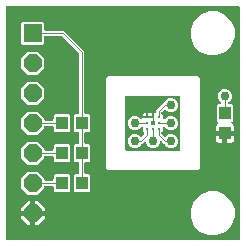
<source format=gbr>
G04 EAGLE Gerber RS-274X export*
G75*
%MOMM*%
%FSLAX34Y34*%
%LPD*%
%INTop Copper*%
%IPPOS*%
%AMOC8*
5,1,8,0,0,1.08239X$1,22.5*%
G01*
%ADD10R,0.381000X0.381000*%
%ADD11C,0.300000*%
%ADD12R,1.000000X1.100000*%
%ADD13R,1.524000X1.524000*%
%ADD14P,1.649562X8X22.500000*%
%ADD15C,0.012700*%
%ADD16C,0.025400*%
%ADD17C,0.762000*%

G36*
X199702Y2549D02*
X199702Y2549D01*
X199760Y2547D01*
X199842Y2569D01*
X199926Y2581D01*
X199979Y2604D01*
X200035Y2619D01*
X200108Y2662D01*
X200185Y2697D01*
X200230Y2735D01*
X200280Y2764D01*
X200338Y2826D01*
X200402Y2880D01*
X200434Y2929D01*
X200474Y2972D01*
X200513Y3047D01*
X200560Y3117D01*
X200577Y3173D01*
X200604Y3225D01*
X200615Y3293D01*
X200645Y3388D01*
X200648Y3488D01*
X200659Y3556D01*
X200659Y199644D01*
X200651Y199702D01*
X200653Y199760D01*
X200631Y199842D01*
X200619Y199926D01*
X200596Y199979D01*
X200581Y200035D01*
X200538Y200108D01*
X200503Y200185D01*
X200465Y200230D01*
X200436Y200280D01*
X200374Y200338D01*
X200320Y200402D01*
X200271Y200434D01*
X200228Y200474D01*
X200153Y200513D01*
X200083Y200560D01*
X200027Y200577D01*
X199975Y200604D01*
X199907Y200615D01*
X199812Y200645D01*
X199712Y200648D01*
X199644Y200659D01*
X3556Y200659D01*
X3498Y200651D01*
X3440Y200653D01*
X3358Y200631D01*
X3274Y200619D01*
X3221Y200596D01*
X3165Y200581D01*
X3092Y200538D01*
X3015Y200503D01*
X2970Y200465D01*
X2920Y200436D01*
X2862Y200374D01*
X2798Y200320D01*
X2766Y200271D01*
X2726Y200228D01*
X2687Y200153D01*
X2640Y200083D01*
X2623Y200027D01*
X2596Y199975D01*
X2585Y199907D01*
X2555Y199812D01*
X2552Y199712D01*
X2541Y199644D01*
X2541Y3556D01*
X2549Y3498D01*
X2547Y3440D01*
X2569Y3358D01*
X2581Y3274D01*
X2604Y3221D01*
X2619Y3165D01*
X2662Y3092D01*
X2697Y3015D01*
X2735Y2970D01*
X2764Y2920D01*
X2826Y2862D01*
X2880Y2798D01*
X2929Y2766D01*
X2972Y2726D01*
X3047Y2687D01*
X3117Y2640D01*
X3173Y2623D01*
X3225Y2596D01*
X3293Y2585D01*
X3388Y2555D01*
X3488Y2552D01*
X3556Y2541D01*
X199644Y2541D01*
X199702Y2549D01*
G37*
%LPC*%
G36*
X88693Y62102D02*
X88693Y62102D01*
X87502Y63293D01*
X87502Y77458D01*
X87503Y77464D01*
X87503Y125737D01*
X87502Y125745D01*
X87502Y139907D01*
X88693Y141098D01*
X165307Y141098D01*
X166498Y139907D01*
X166498Y63293D01*
X165307Y62102D01*
X88693Y62102D01*
G37*
%LPD*%
G36*
X149411Y78241D02*
X149411Y78241D01*
X149469Y78239D01*
X149551Y78261D01*
X149635Y78273D01*
X149688Y78296D01*
X149744Y78311D01*
X149817Y78354D01*
X149894Y78389D01*
X149939Y78427D01*
X149989Y78456D01*
X150047Y78518D01*
X150111Y78572D01*
X150143Y78621D01*
X150183Y78664D01*
X150222Y78739D01*
X150269Y78809D01*
X150286Y78865D01*
X150313Y78917D01*
X150324Y78985D01*
X150354Y79080D01*
X150357Y79180D01*
X150368Y79248D01*
X150368Y123953D01*
X150360Y124011D01*
X150362Y124069D01*
X150340Y124151D01*
X150328Y124235D01*
X150305Y124288D01*
X150290Y124344D01*
X150247Y124417D01*
X150212Y124494D01*
X150174Y124539D01*
X150145Y124589D01*
X150083Y124647D01*
X150029Y124711D01*
X149980Y124743D01*
X149937Y124783D01*
X149862Y124822D01*
X149792Y124869D01*
X149736Y124886D01*
X149684Y124913D01*
X149616Y124924D01*
X149521Y124954D01*
X149421Y124957D01*
X149353Y124968D01*
X104648Y124968D01*
X104590Y124960D01*
X104532Y124962D01*
X104450Y124940D01*
X104366Y124928D01*
X104313Y124905D01*
X104257Y124890D01*
X104184Y124847D01*
X104107Y124812D01*
X104062Y124774D01*
X104012Y124745D01*
X103954Y124683D01*
X103890Y124629D01*
X103858Y124580D01*
X103818Y124537D01*
X103779Y124462D01*
X103732Y124392D01*
X103715Y124336D01*
X103688Y124284D01*
X103677Y124216D01*
X103647Y124121D01*
X103644Y124021D01*
X103633Y123953D01*
X103633Y79248D01*
X103641Y79190D01*
X103639Y79132D01*
X103661Y79050D01*
X103673Y78966D01*
X103696Y78913D01*
X103711Y78857D01*
X103754Y78784D01*
X103789Y78707D01*
X103827Y78662D01*
X103856Y78612D01*
X103918Y78554D01*
X103972Y78490D01*
X104021Y78458D01*
X104064Y78418D01*
X104139Y78379D01*
X104209Y78332D01*
X104265Y78315D01*
X104317Y78288D01*
X104385Y78277D01*
X104480Y78247D01*
X104580Y78244D01*
X104648Y78233D01*
X149353Y78233D01*
X149411Y78241D01*
G37*
%LPC*%
G36*
X61078Y43267D02*
X61078Y43267D01*
X59887Y44458D01*
X59887Y57142D01*
X61078Y58333D01*
X63745Y58333D01*
X63803Y58341D01*
X63861Y58339D01*
X63943Y58361D01*
X64027Y58373D01*
X64080Y58396D01*
X64136Y58411D01*
X64209Y58454D01*
X64286Y58489D01*
X64331Y58527D01*
X64381Y58556D01*
X64439Y58618D01*
X64503Y58672D01*
X64535Y58721D01*
X64575Y58764D01*
X64614Y58839D01*
X64661Y58909D01*
X64678Y58965D01*
X64705Y59017D01*
X64716Y59085D01*
X64746Y59180D01*
X64749Y59280D01*
X64760Y59348D01*
X64760Y67652D01*
X64752Y67710D01*
X64754Y67768D01*
X64732Y67850D01*
X64720Y67934D01*
X64697Y67987D01*
X64682Y68043D01*
X64639Y68116D01*
X64604Y68193D01*
X64566Y68238D01*
X64537Y68288D01*
X64475Y68346D01*
X64421Y68410D01*
X64372Y68442D01*
X64329Y68482D01*
X64254Y68521D01*
X64184Y68568D01*
X64128Y68585D01*
X64076Y68612D01*
X64008Y68623D01*
X63913Y68653D01*
X63813Y68656D01*
X63745Y68667D01*
X61078Y68667D01*
X59887Y69858D01*
X59887Y82542D01*
X61078Y83733D01*
X63745Y83733D01*
X63803Y83741D01*
X63861Y83739D01*
X63943Y83761D01*
X64027Y83773D01*
X64080Y83796D01*
X64136Y83811D01*
X64209Y83854D01*
X64286Y83889D01*
X64331Y83927D01*
X64381Y83956D01*
X64439Y84018D01*
X64503Y84072D01*
X64535Y84121D01*
X64575Y84164D01*
X64614Y84239D01*
X64661Y84309D01*
X64678Y84365D01*
X64705Y84417D01*
X64716Y84485D01*
X64746Y84580D01*
X64749Y84680D01*
X64760Y84748D01*
X64760Y93052D01*
X64752Y93110D01*
X64754Y93168D01*
X64732Y93250D01*
X64720Y93334D01*
X64697Y93387D01*
X64682Y93443D01*
X64639Y93516D01*
X64604Y93593D01*
X64566Y93638D01*
X64537Y93688D01*
X64475Y93746D01*
X64421Y93810D01*
X64372Y93842D01*
X64329Y93882D01*
X64254Y93921D01*
X64184Y93968D01*
X64128Y93985D01*
X64076Y94012D01*
X64008Y94023D01*
X63913Y94053D01*
X63813Y94056D01*
X63745Y94067D01*
X61078Y94067D01*
X59887Y95258D01*
X59887Y107942D01*
X61078Y109133D01*
X63745Y109133D01*
X63803Y109141D01*
X63861Y109139D01*
X63943Y109161D01*
X64027Y109173D01*
X64080Y109196D01*
X64136Y109211D01*
X64209Y109254D01*
X64286Y109289D01*
X64331Y109327D01*
X64381Y109356D01*
X64439Y109418D01*
X64503Y109472D01*
X64535Y109521D01*
X64575Y109564D01*
X64614Y109639D01*
X64661Y109709D01*
X64678Y109765D01*
X64705Y109817D01*
X64716Y109885D01*
X64746Y109980D01*
X64749Y110080D01*
X64760Y110148D01*
X64760Y160365D01*
X64748Y160451D01*
X64745Y160539D01*
X64728Y160592D01*
X64720Y160646D01*
X64685Y160726D01*
X64658Y160809D01*
X64630Y160849D01*
X64604Y160906D01*
X64508Y161019D01*
X64463Y161083D01*
X50203Y175343D01*
X50133Y175395D01*
X50069Y175455D01*
X50020Y175481D01*
X49976Y175514D01*
X49894Y175545D01*
X49816Y175585D01*
X49768Y175593D01*
X49710Y175615D01*
X49562Y175627D01*
X49485Y175640D01*
X36068Y175640D01*
X36010Y175632D01*
X35952Y175634D01*
X35870Y175612D01*
X35786Y175600D01*
X35733Y175577D01*
X35677Y175562D01*
X35604Y175519D01*
X35527Y175484D01*
X35482Y175446D01*
X35432Y175417D01*
X35374Y175355D01*
X35310Y175301D01*
X35278Y175252D01*
X35238Y175209D01*
X35199Y175134D01*
X35152Y175064D01*
X35135Y175008D01*
X35108Y174956D01*
X35097Y174888D01*
X35067Y174793D01*
X35064Y174693D01*
X35053Y174625D01*
X35053Y169338D01*
X33862Y168147D01*
X16938Y168147D01*
X15747Y169338D01*
X15747Y186262D01*
X16938Y187453D01*
X33862Y187453D01*
X35053Y186262D01*
X35053Y180975D01*
X35061Y180917D01*
X35059Y180859D01*
X35081Y180777D01*
X35093Y180693D01*
X35116Y180640D01*
X35131Y180584D01*
X35174Y180511D01*
X35209Y180434D01*
X35247Y180389D01*
X35276Y180339D01*
X35338Y180281D01*
X35392Y180217D01*
X35441Y180185D01*
X35484Y180145D01*
X35559Y180106D01*
X35629Y180059D01*
X35685Y180042D01*
X35737Y180015D01*
X35805Y180004D01*
X35900Y179974D01*
X36000Y179971D01*
X36068Y179960D01*
X51695Y179960D01*
X69080Y162575D01*
X69080Y110148D01*
X69088Y110092D01*
X69086Y110041D01*
X69087Y110040D01*
X69086Y110032D01*
X69108Y109950D01*
X69120Y109866D01*
X69143Y109813D01*
X69158Y109757D01*
X69201Y109684D01*
X69236Y109607D01*
X69274Y109562D01*
X69303Y109512D01*
X69365Y109454D01*
X69419Y109390D01*
X69468Y109358D01*
X69511Y109318D01*
X69586Y109279D01*
X69656Y109232D01*
X69712Y109215D01*
X69764Y109188D01*
X69832Y109177D01*
X69927Y109147D01*
X70027Y109144D01*
X70095Y109133D01*
X72762Y109133D01*
X73953Y107942D01*
X73953Y95258D01*
X72762Y94067D01*
X70095Y94067D01*
X70037Y94059D01*
X69979Y94061D01*
X69897Y94039D01*
X69813Y94027D01*
X69760Y94004D01*
X69704Y93989D01*
X69631Y93946D01*
X69554Y93911D01*
X69509Y93873D01*
X69459Y93844D01*
X69401Y93782D01*
X69337Y93728D01*
X69305Y93679D01*
X69265Y93636D01*
X69226Y93561D01*
X69179Y93491D01*
X69162Y93435D01*
X69135Y93383D01*
X69124Y93315D01*
X69094Y93220D01*
X69091Y93120D01*
X69080Y93052D01*
X69080Y84748D01*
X69087Y84694D01*
X69086Y84660D01*
X69087Y84657D01*
X69086Y84632D01*
X69108Y84550D01*
X69120Y84466D01*
X69143Y84413D01*
X69158Y84357D01*
X69201Y84284D01*
X69236Y84207D01*
X69274Y84162D01*
X69303Y84112D01*
X69365Y84054D01*
X69419Y83990D01*
X69468Y83958D01*
X69511Y83918D01*
X69586Y83879D01*
X69656Y83832D01*
X69712Y83815D01*
X69764Y83788D01*
X69832Y83777D01*
X69927Y83747D01*
X70027Y83744D01*
X70095Y83733D01*
X72762Y83733D01*
X73953Y82542D01*
X73953Y69858D01*
X72762Y68667D01*
X70095Y68667D01*
X70037Y68659D01*
X69979Y68661D01*
X69897Y68639D01*
X69813Y68627D01*
X69760Y68604D01*
X69704Y68589D01*
X69631Y68546D01*
X69554Y68511D01*
X69509Y68473D01*
X69459Y68444D01*
X69401Y68382D01*
X69337Y68328D01*
X69305Y68279D01*
X69265Y68236D01*
X69226Y68161D01*
X69179Y68091D01*
X69162Y68035D01*
X69135Y67983D01*
X69124Y67915D01*
X69094Y67820D01*
X69091Y67720D01*
X69080Y67652D01*
X69080Y59348D01*
X69087Y59297D01*
X69086Y59278D01*
X69088Y59274D01*
X69086Y59232D01*
X69108Y59150D01*
X69120Y59066D01*
X69143Y59013D01*
X69158Y58957D01*
X69201Y58884D01*
X69236Y58807D01*
X69274Y58762D01*
X69303Y58712D01*
X69365Y58654D01*
X69419Y58590D01*
X69468Y58558D01*
X69511Y58518D01*
X69586Y58479D01*
X69656Y58432D01*
X69712Y58415D01*
X69764Y58388D01*
X69832Y58377D01*
X69927Y58347D01*
X70027Y58344D01*
X70095Y58333D01*
X72762Y58333D01*
X73953Y57142D01*
X73953Y44458D01*
X72762Y43267D01*
X61078Y43267D01*
G37*
%LPD*%
%LPC*%
G36*
X174112Y159259D02*
X174112Y159259D01*
X167297Y162082D01*
X162082Y167297D01*
X159259Y174112D01*
X159259Y181488D01*
X162082Y188303D01*
X167297Y193518D01*
X174112Y196341D01*
X181488Y196341D01*
X188303Y193518D01*
X193518Y188303D01*
X196341Y181488D01*
X196341Y174112D01*
X193518Y167297D01*
X188303Y162082D01*
X181488Y159259D01*
X174112Y159259D01*
G37*
%LPD*%
%LPC*%
G36*
X174112Y6859D02*
X174112Y6859D01*
X167297Y9682D01*
X162082Y14897D01*
X159259Y21712D01*
X159259Y29088D01*
X162082Y35903D01*
X167297Y41118D01*
X174112Y43941D01*
X181488Y43941D01*
X188303Y41118D01*
X193518Y35903D01*
X196341Y29088D01*
X196341Y21712D01*
X193518Y14897D01*
X188303Y9682D01*
X181488Y6859D01*
X174112Y6859D01*
G37*
%LPD*%
%LPC*%
G36*
X110598Y80517D02*
X110598Y80517D01*
X108450Y81407D01*
X106807Y83050D01*
X105917Y85198D01*
X105917Y87522D01*
X106807Y89670D01*
X108450Y91313D01*
X110598Y92203D01*
X112922Y92203D01*
X115070Y91313D01*
X116231Y90152D01*
X116278Y90116D01*
X116318Y90074D01*
X116391Y90031D01*
X116458Y89981D01*
X116513Y89960D01*
X116564Y89930D01*
X116645Y89910D01*
X116724Y89879D01*
X116783Y89875D01*
X116839Y89860D01*
X116923Y89863D01*
X117007Y89856D01*
X117065Y89867D01*
X117123Y89869D01*
X117204Y89895D01*
X117286Y89912D01*
X117338Y89939D01*
X117394Y89957D01*
X117450Y89997D01*
X117538Y90043D01*
X117611Y90112D01*
X117667Y90152D01*
X119606Y92091D01*
X119659Y92161D01*
X119719Y92225D01*
X119744Y92274D01*
X119777Y92318D01*
X119808Y92400D01*
X119848Y92478D01*
X119856Y92525D01*
X119879Y92584D01*
X119891Y92731D01*
X119904Y92809D01*
X119904Y93280D01*
X119892Y93366D01*
X119889Y93454D01*
X119872Y93506D01*
X119864Y93561D01*
X119828Y93641D01*
X119801Y93724D01*
X119773Y93763D01*
X119748Y93821D01*
X119652Y93934D01*
X119606Y93998D01*
X118467Y95137D01*
X118467Y97593D01*
X118463Y97622D01*
X118466Y97652D01*
X118443Y97763D01*
X118427Y97875D01*
X118415Y97902D01*
X118410Y97930D01*
X118357Y98031D01*
X118311Y98134D01*
X118292Y98157D01*
X118279Y98183D01*
X118201Y98265D01*
X118128Y98351D01*
X118103Y98368D01*
X118083Y98389D01*
X117985Y98446D01*
X117891Y98509D01*
X117863Y98518D01*
X117838Y98533D01*
X117728Y98560D01*
X117620Y98595D01*
X117590Y98595D01*
X117562Y98603D01*
X117449Y98599D01*
X117336Y98602D01*
X117307Y98595D01*
X117278Y98594D01*
X117170Y98559D01*
X117061Y98530D01*
X117035Y98515D01*
X117007Y98506D01*
X116944Y98461D01*
X116816Y98385D01*
X116773Y98339D01*
X116734Y98311D01*
X115070Y96647D01*
X112922Y95757D01*
X110598Y95757D01*
X108450Y96647D01*
X106807Y98290D01*
X105917Y100438D01*
X105917Y102762D01*
X106807Y104910D01*
X108450Y106553D01*
X110598Y107443D01*
X112922Y107443D01*
X115070Y106553D01*
X116226Y105397D01*
X116250Y105379D01*
X116269Y105357D01*
X116363Y105294D01*
X116453Y105226D01*
X116481Y105215D01*
X116505Y105199D01*
X116613Y105165D01*
X116719Y105125D01*
X116748Y105122D01*
X116776Y105113D01*
X116890Y105110D01*
X117002Y105101D01*
X117031Y105107D01*
X117060Y105106D01*
X117170Y105135D01*
X117281Y105157D01*
X117307Y105170D01*
X117335Y105178D01*
X117433Y105236D01*
X117533Y105288D01*
X117555Y105308D01*
X117580Y105323D01*
X117657Y105406D01*
X117739Y105484D01*
X117754Y105509D01*
X117774Y105530D01*
X117802Y105585D01*
X122000Y105585D01*
X127000Y105585D01*
X127058Y105593D01*
X127116Y105591D01*
X127198Y105613D01*
X127281Y105624D01*
X127335Y105648D01*
X127391Y105663D01*
X127464Y105706D01*
X127541Y105741D01*
X127585Y105778D01*
X127635Y105808D01*
X127693Y105870D01*
X127758Y105924D01*
X127790Y105973D01*
X127830Y106016D01*
X127868Y106091D01*
X127915Y106161D01*
X127933Y106217D01*
X127959Y106269D01*
X127971Y106337D01*
X128001Y106432D01*
X128004Y106532D01*
X128015Y106600D01*
X128007Y106658D01*
X128008Y106716D01*
X127987Y106798D01*
X127975Y106882D01*
X127951Y106935D01*
X127936Y106992D01*
X127908Y107039D01*
X127947Y107109D01*
X127952Y107127D01*
X127960Y107143D01*
X127972Y107214D01*
X128012Y107386D01*
X128008Y107430D01*
X128015Y107474D01*
X128015Y110511D01*
X128626Y110348D01*
X128674Y110342D01*
X128721Y110327D01*
X128815Y110325D01*
X128908Y110313D01*
X128956Y110321D01*
X129005Y110320D01*
X129096Y110343D01*
X129189Y110358D01*
X129233Y110379D01*
X129280Y110392D01*
X129361Y110440D01*
X129446Y110480D01*
X129482Y110512D01*
X129524Y110537D01*
X129589Y110605D01*
X129659Y110667D01*
X129685Y110708D01*
X129719Y110744D01*
X129762Y110828D01*
X129812Y110907D01*
X129826Y110954D01*
X129848Y110997D01*
X129861Y111070D01*
X129893Y111180D01*
X129893Y111266D01*
X129904Y111328D01*
X129904Y112548D01*
X136322Y118967D01*
X136387Y118976D01*
X136389Y118977D01*
X136390Y118977D01*
X136516Y119034D01*
X136647Y119092D01*
X136648Y119093D01*
X136649Y119094D01*
X136757Y119185D01*
X136864Y119276D01*
X136865Y119277D01*
X136866Y119278D01*
X136874Y119291D01*
X137021Y119513D01*
X137031Y119542D01*
X137044Y119563D01*
X137287Y120150D01*
X138930Y121793D01*
X141078Y122683D01*
X143402Y122683D01*
X145550Y121793D01*
X147193Y120150D01*
X148083Y118002D01*
X148083Y115678D01*
X147193Y113530D01*
X145550Y111887D01*
X143402Y110997D01*
X141078Y110997D01*
X138930Y111887D01*
X137769Y113048D01*
X137722Y113084D01*
X137682Y113126D01*
X137609Y113169D01*
X137542Y113219D01*
X137487Y113240D01*
X137436Y113270D01*
X137355Y113290D01*
X137276Y113321D01*
X137217Y113325D01*
X137161Y113340D01*
X137077Y113337D01*
X136993Y113344D01*
X136935Y113333D01*
X136877Y113331D01*
X136796Y113305D01*
X136714Y113288D01*
X136662Y113261D01*
X136606Y113243D01*
X136550Y113203D01*
X136462Y113157D01*
X136389Y113088D01*
X136333Y113048D01*
X134394Y111109D01*
X134341Y111039D01*
X134281Y110975D01*
X134256Y110926D01*
X134223Y110882D01*
X134192Y110800D01*
X134152Y110722D01*
X134144Y110675D01*
X134121Y110616D01*
X134109Y110469D01*
X134096Y110391D01*
X134096Y109920D01*
X134108Y109834D01*
X134111Y109746D01*
X134128Y109694D01*
X134136Y109639D01*
X134172Y109559D01*
X134199Y109476D01*
X134227Y109437D01*
X134252Y109379D01*
X134348Y109266D01*
X134394Y109202D01*
X135533Y108063D01*
X135533Y105607D01*
X135537Y105578D01*
X135534Y105548D01*
X135557Y105437D01*
X135573Y105325D01*
X135585Y105298D01*
X135590Y105270D01*
X135643Y105169D01*
X135689Y105066D01*
X135708Y105043D01*
X135721Y105017D01*
X135799Y104935D01*
X135872Y104849D01*
X135897Y104832D01*
X135917Y104811D01*
X136015Y104754D01*
X136109Y104691D01*
X136137Y104682D01*
X136162Y104667D01*
X136272Y104640D01*
X136380Y104605D01*
X136410Y104605D01*
X136438Y104597D01*
X136551Y104601D01*
X136664Y104598D01*
X136693Y104605D01*
X136722Y104606D01*
X136830Y104641D01*
X136939Y104670D01*
X136965Y104685D01*
X136993Y104694D01*
X137056Y104739D01*
X137184Y104815D01*
X137227Y104861D01*
X137266Y104889D01*
X138930Y106553D01*
X141078Y107443D01*
X143402Y107443D01*
X145550Y106553D01*
X147193Y104910D01*
X148083Y102762D01*
X148083Y100438D01*
X147193Y98290D01*
X145550Y96647D01*
X143402Y95757D01*
X141078Y95757D01*
X138930Y96647D01*
X137266Y98311D01*
X137242Y98329D01*
X137223Y98351D01*
X137129Y98414D01*
X137039Y98482D01*
X137011Y98493D01*
X136987Y98509D01*
X136879Y98543D01*
X136773Y98583D01*
X136744Y98586D01*
X136716Y98595D01*
X136602Y98598D01*
X136490Y98607D01*
X136461Y98601D01*
X136432Y98602D01*
X136322Y98573D01*
X136211Y98551D01*
X136185Y98538D01*
X136157Y98530D01*
X136059Y98472D01*
X135959Y98420D01*
X135937Y98400D01*
X135912Y98385D01*
X135835Y98302D01*
X135753Y98224D01*
X135738Y98199D01*
X135718Y98178D01*
X135666Y98077D01*
X135609Y97979D01*
X135602Y97951D01*
X135588Y97924D01*
X135575Y97847D01*
X135539Y97704D01*
X135541Y97641D01*
X135533Y97593D01*
X135533Y95137D01*
X134474Y94078D01*
X134421Y94008D01*
X134361Y93944D01*
X134336Y93894D01*
X134303Y93850D01*
X134272Y93769D01*
X134232Y93691D01*
X134224Y93643D01*
X134201Y93585D01*
X134189Y93437D01*
X134176Y93360D01*
X134176Y92729D01*
X134188Y92642D01*
X134191Y92555D01*
X134208Y92502D01*
X134216Y92447D01*
X134252Y92368D01*
X134279Y92284D01*
X134307Y92245D01*
X134332Y92188D01*
X134428Y92075D01*
X134474Y92011D01*
X136333Y90152D01*
X136380Y90116D01*
X136420Y90074D01*
X136493Y90031D01*
X136560Y89981D01*
X136615Y89960D01*
X136665Y89930D01*
X136747Y89910D01*
X136826Y89879D01*
X136884Y89875D01*
X136941Y89860D01*
X137025Y89863D01*
X137109Y89856D01*
X137166Y89867D01*
X137225Y89869D01*
X137305Y89895D01*
X137388Y89912D01*
X137440Y89939D01*
X137495Y89957D01*
X137552Y89997D01*
X137640Y90043D01*
X137712Y90111D01*
X137769Y90152D01*
X138930Y91313D01*
X141078Y92203D01*
X143402Y92203D01*
X145550Y91313D01*
X147193Y89670D01*
X148083Y87522D01*
X148083Y85198D01*
X147193Y83050D01*
X145550Y81407D01*
X143402Y80517D01*
X141078Y80517D01*
X138930Y81407D01*
X137287Y83050D01*
X137044Y83637D01*
X137043Y83638D01*
X137043Y83640D01*
X136971Y83760D01*
X136899Y83882D01*
X136898Y83883D01*
X136897Y83884D01*
X136793Y83982D01*
X136693Y84077D01*
X136691Y84078D01*
X136690Y84079D01*
X136564Y84143D01*
X136440Y84207D01*
X136438Y84208D01*
X136437Y84208D01*
X136422Y84211D01*
X136326Y84230D01*
X134767Y85789D01*
X134766Y85789D01*
X134576Y85980D01*
X134552Y85997D01*
X134533Y86020D01*
X134439Y86082D01*
X134349Y86150D01*
X134321Y86161D01*
X134297Y86177D01*
X134189Y86211D01*
X134083Y86252D01*
X134054Y86254D01*
X134026Y86263D01*
X133913Y86266D01*
X133800Y86275D01*
X133771Y86270D01*
X133742Y86270D01*
X133632Y86242D01*
X133521Y86219D01*
X133495Y86206D01*
X133467Y86198D01*
X133369Y86141D01*
X133269Y86088D01*
X133247Y86068D01*
X133222Y86053D01*
X133145Y85971D01*
X133063Y85893D01*
X133048Y85867D01*
X133028Y85846D01*
X132976Y85745D01*
X132919Y85647D01*
X132912Y85619D01*
X132898Y85593D01*
X132885Y85515D01*
X132849Y85372D01*
X132851Y85309D01*
X132843Y85262D01*
X132843Y85198D01*
X131953Y83050D01*
X130310Y81407D01*
X128162Y80517D01*
X125838Y80517D01*
X123690Y81407D01*
X122047Y83050D01*
X121157Y85198D01*
X121157Y85262D01*
X121153Y85291D01*
X121156Y85320D01*
X121133Y85431D01*
X121117Y85543D01*
X121105Y85570D01*
X121100Y85599D01*
X121048Y85699D01*
X121001Y85803D01*
X120982Y85825D01*
X120969Y85851D01*
X120891Y85933D01*
X120818Y86020D01*
X120793Y86036D01*
X120773Y86057D01*
X120675Y86114D01*
X120581Y86177D01*
X120553Y86186D01*
X120528Y86201D01*
X120418Y86229D01*
X120310Y86263D01*
X120280Y86264D01*
X120252Y86271D01*
X120139Y86267D01*
X120026Y86270D01*
X119997Y86263D01*
X119968Y86262D01*
X119860Y86227D01*
X119751Y86198D01*
X119725Y86184D01*
X119697Y86174D01*
X119634Y86129D01*
X119506Y86053D01*
X119463Y86008D01*
X119424Y85980D01*
X119234Y85789D01*
X117678Y84233D01*
X117613Y84224D01*
X117611Y84223D01*
X117610Y84223D01*
X117484Y84166D01*
X117353Y84108D01*
X117352Y84107D01*
X117351Y84106D01*
X117243Y84015D01*
X117136Y83924D01*
X117135Y83923D01*
X117134Y83922D01*
X117126Y83909D01*
X116979Y83687D01*
X116969Y83658D01*
X116956Y83637D01*
X116713Y83050D01*
X115070Y81407D01*
X112922Y80517D01*
X110598Y80517D01*
G37*
%LPD*%
%LPC*%
G36*
X21402Y91947D02*
X21402Y91947D01*
X15747Y97602D01*
X15747Y105598D01*
X21402Y111253D01*
X29398Y111253D01*
X35053Y105598D01*
X35053Y104775D01*
X35061Y104717D01*
X35059Y104659D01*
X35081Y104577D01*
X35093Y104493D01*
X35116Y104440D01*
X35131Y104384D01*
X35174Y104311D01*
X35209Y104234D01*
X35247Y104189D01*
X35276Y104139D01*
X35338Y104081D01*
X35392Y104017D01*
X35441Y103985D01*
X35484Y103945D01*
X35559Y103906D01*
X35629Y103859D01*
X35685Y103842D01*
X35737Y103815D01*
X35805Y103804D01*
X35900Y103774D01*
X36000Y103771D01*
X36068Y103760D01*
X41872Y103760D01*
X41930Y103768D01*
X41988Y103766D01*
X42070Y103788D01*
X42154Y103800D01*
X42207Y103823D01*
X42263Y103838D01*
X42336Y103881D01*
X42413Y103916D01*
X42458Y103954D01*
X42508Y103983D01*
X42566Y104045D01*
X42630Y104099D01*
X42662Y104148D01*
X42702Y104191D01*
X42741Y104266D01*
X42788Y104336D01*
X42805Y104392D01*
X42832Y104444D01*
X42843Y104512D01*
X42873Y104607D01*
X42876Y104707D01*
X42887Y104775D01*
X42887Y107942D01*
X44078Y109133D01*
X55762Y109133D01*
X56953Y107942D01*
X56953Y95258D01*
X55762Y94067D01*
X44078Y94067D01*
X42887Y95258D01*
X42887Y98425D01*
X42879Y98483D01*
X42881Y98541D01*
X42859Y98623D01*
X42847Y98707D01*
X42824Y98760D01*
X42809Y98816D01*
X42766Y98889D01*
X42731Y98966D01*
X42693Y99011D01*
X42664Y99061D01*
X42602Y99119D01*
X42548Y99183D01*
X42499Y99215D01*
X42456Y99255D01*
X42381Y99294D01*
X42311Y99341D01*
X42255Y99358D01*
X42203Y99385D01*
X42135Y99396D01*
X42040Y99426D01*
X41940Y99429D01*
X41872Y99440D01*
X36068Y99440D01*
X36010Y99432D01*
X35952Y99434D01*
X35870Y99412D01*
X35786Y99400D01*
X35733Y99377D01*
X35677Y99362D01*
X35604Y99319D01*
X35527Y99284D01*
X35482Y99246D01*
X35432Y99217D01*
X35374Y99155D01*
X35310Y99101D01*
X35278Y99052D01*
X35238Y99009D01*
X35199Y98934D01*
X35152Y98864D01*
X35135Y98808D01*
X35108Y98756D01*
X35097Y98688D01*
X35067Y98593D01*
X35064Y98493D01*
X35053Y98425D01*
X35053Y97602D01*
X29398Y91947D01*
X21402Y91947D01*
G37*
%LPD*%
%LPC*%
G36*
X21402Y66547D02*
X21402Y66547D01*
X15747Y72202D01*
X15747Y80198D01*
X21402Y85853D01*
X29398Y85853D01*
X35053Y80198D01*
X35053Y79375D01*
X35061Y79317D01*
X35059Y79259D01*
X35081Y79177D01*
X35093Y79093D01*
X35116Y79040D01*
X35131Y78984D01*
X35174Y78911D01*
X35209Y78834D01*
X35247Y78789D01*
X35276Y78739D01*
X35338Y78681D01*
X35392Y78617D01*
X35441Y78585D01*
X35484Y78545D01*
X35559Y78506D01*
X35629Y78459D01*
X35685Y78442D01*
X35737Y78415D01*
X35805Y78404D01*
X35900Y78374D01*
X36000Y78371D01*
X36068Y78360D01*
X41872Y78360D01*
X41930Y78368D01*
X41988Y78366D01*
X42070Y78388D01*
X42154Y78400D01*
X42207Y78423D01*
X42263Y78438D01*
X42336Y78481D01*
X42413Y78516D01*
X42458Y78554D01*
X42508Y78583D01*
X42566Y78645D01*
X42630Y78699D01*
X42662Y78748D01*
X42702Y78791D01*
X42741Y78866D01*
X42788Y78936D01*
X42805Y78992D01*
X42832Y79044D01*
X42843Y79112D01*
X42873Y79207D01*
X42876Y79307D01*
X42887Y79375D01*
X42887Y82542D01*
X44078Y83733D01*
X55762Y83733D01*
X56953Y82542D01*
X56953Y69858D01*
X55762Y68667D01*
X44078Y68667D01*
X42887Y69858D01*
X42887Y73025D01*
X42879Y73083D01*
X42881Y73141D01*
X42859Y73223D01*
X42847Y73307D01*
X42824Y73360D01*
X42809Y73416D01*
X42766Y73489D01*
X42731Y73566D01*
X42693Y73611D01*
X42664Y73661D01*
X42602Y73719D01*
X42548Y73783D01*
X42499Y73815D01*
X42456Y73855D01*
X42381Y73894D01*
X42311Y73941D01*
X42255Y73958D01*
X42203Y73985D01*
X42135Y73996D01*
X42040Y74026D01*
X41940Y74029D01*
X41872Y74040D01*
X36068Y74040D01*
X36010Y74032D01*
X35952Y74034D01*
X35870Y74012D01*
X35786Y74000D01*
X35733Y73977D01*
X35677Y73962D01*
X35604Y73919D01*
X35527Y73884D01*
X35482Y73846D01*
X35432Y73817D01*
X35374Y73755D01*
X35310Y73701D01*
X35278Y73652D01*
X35238Y73609D01*
X35199Y73534D01*
X35152Y73464D01*
X35135Y73408D01*
X35108Y73356D01*
X35097Y73288D01*
X35067Y73193D01*
X35064Y73093D01*
X35053Y73025D01*
X35053Y72202D01*
X29398Y66547D01*
X21402Y66547D01*
G37*
%LPD*%
%LPC*%
G36*
X21402Y41147D02*
X21402Y41147D01*
X15747Y46802D01*
X15747Y54798D01*
X21402Y60453D01*
X29398Y60453D01*
X35053Y54798D01*
X35053Y53975D01*
X35061Y53917D01*
X35059Y53859D01*
X35081Y53777D01*
X35093Y53693D01*
X35116Y53640D01*
X35131Y53584D01*
X35174Y53511D01*
X35209Y53434D01*
X35247Y53389D01*
X35276Y53339D01*
X35338Y53281D01*
X35392Y53217D01*
X35441Y53185D01*
X35484Y53145D01*
X35559Y53106D01*
X35629Y53059D01*
X35685Y53042D01*
X35737Y53015D01*
X35805Y53004D01*
X35900Y52974D01*
X36000Y52971D01*
X36068Y52960D01*
X41872Y52960D01*
X41930Y52968D01*
X41988Y52966D01*
X42070Y52988D01*
X42154Y53000D01*
X42207Y53023D01*
X42263Y53038D01*
X42336Y53081D01*
X42413Y53116D01*
X42458Y53154D01*
X42508Y53183D01*
X42566Y53245D01*
X42630Y53299D01*
X42662Y53348D01*
X42702Y53391D01*
X42741Y53466D01*
X42788Y53536D01*
X42805Y53592D01*
X42832Y53644D01*
X42843Y53712D01*
X42873Y53807D01*
X42876Y53907D01*
X42887Y53975D01*
X42887Y57142D01*
X44078Y58333D01*
X55762Y58333D01*
X56953Y57142D01*
X56953Y44458D01*
X55762Y43267D01*
X44078Y43267D01*
X42887Y44458D01*
X42887Y47625D01*
X42879Y47683D01*
X42881Y47741D01*
X42859Y47823D01*
X42847Y47907D01*
X42824Y47960D01*
X42809Y48016D01*
X42766Y48089D01*
X42731Y48166D01*
X42693Y48211D01*
X42664Y48261D01*
X42602Y48319D01*
X42548Y48383D01*
X42499Y48415D01*
X42456Y48455D01*
X42381Y48494D01*
X42311Y48541D01*
X42255Y48558D01*
X42203Y48585D01*
X42135Y48596D01*
X42040Y48626D01*
X41940Y48629D01*
X41872Y48640D01*
X36068Y48640D01*
X36010Y48632D01*
X35952Y48634D01*
X35870Y48612D01*
X35786Y48600D01*
X35733Y48577D01*
X35677Y48562D01*
X35604Y48519D01*
X35527Y48484D01*
X35482Y48446D01*
X35432Y48417D01*
X35374Y48355D01*
X35310Y48301D01*
X35278Y48252D01*
X35238Y48209D01*
X35199Y48134D01*
X35152Y48064D01*
X35135Y48008D01*
X35108Y47956D01*
X35097Y47888D01*
X35067Y47793D01*
X35064Y47693D01*
X35053Y47625D01*
X35053Y46802D01*
X29398Y41147D01*
X21402Y41147D01*
G37*
%LPD*%
%LPC*%
G36*
X187959Y93099D02*
X187959Y93099D01*
X187959Y94116D01*
X187951Y94174D01*
X187952Y94232D01*
X187931Y94314D01*
X187919Y94397D01*
X187895Y94451D01*
X187881Y94507D01*
X187838Y94580D01*
X187803Y94657D01*
X187765Y94701D01*
X187735Y94752D01*
X187674Y94809D01*
X187619Y94874D01*
X187571Y94906D01*
X187528Y94946D01*
X187453Y94985D01*
X187383Y95031D01*
X187327Y95049D01*
X187275Y95076D01*
X187207Y95087D01*
X187112Y95117D01*
X187012Y95120D01*
X186944Y95131D01*
X180419Y95131D01*
X180419Y98934D01*
X180592Y99581D01*
X180927Y100160D01*
X181400Y100633D01*
X181936Y100942D01*
X181974Y100972D01*
X182017Y100995D01*
X182085Y101059D01*
X182159Y101118D01*
X182188Y101157D01*
X182223Y101191D01*
X182271Y101272D01*
X182326Y101348D01*
X182342Y101394D01*
X182367Y101436D01*
X182390Y101527D01*
X182422Y101615D01*
X182425Y101664D01*
X182437Y101711D01*
X182434Y101805D01*
X182440Y101899D01*
X182430Y101947D01*
X182428Y101996D01*
X182399Y102085D01*
X182379Y102177D01*
X182356Y102220D01*
X182341Y102266D01*
X182298Y102326D01*
X182243Y102427D01*
X182182Y102488D01*
X182146Y102539D01*
X180927Y103758D01*
X180927Y116442D01*
X182118Y117633D01*
X184073Y117633D01*
X184102Y117637D01*
X184132Y117634D01*
X184243Y117657D01*
X184355Y117673D01*
X184382Y117685D01*
X184410Y117690D01*
X184511Y117743D01*
X184614Y117789D01*
X184637Y117808D01*
X184663Y117821D01*
X184745Y117899D01*
X184831Y117972D01*
X184848Y117997D01*
X184869Y118017D01*
X184926Y118115D01*
X184989Y118209D01*
X184998Y118237D01*
X185013Y118262D01*
X185040Y118372D01*
X185075Y118480D01*
X185075Y118510D01*
X185083Y118538D01*
X185079Y118651D01*
X185082Y118764D01*
X185075Y118793D01*
X185074Y118822D01*
X185039Y118930D01*
X185010Y119039D01*
X184995Y119065D01*
X184986Y119093D01*
X184941Y119156D01*
X184865Y119284D01*
X184819Y119327D01*
X184791Y119366D01*
X183007Y121150D01*
X182117Y123298D01*
X182117Y125622D01*
X183007Y127770D01*
X184650Y129413D01*
X186798Y130303D01*
X189122Y130303D01*
X191270Y129413D01*
X192913Y127770D01*
X193803Y125622D01*
X193803Y123298D01*
X192913Y121150D01*
X191129Y119366D01*
X191111Y119342D01*
X191089Y119323D01*
X191026Y119229D01*
X190958Y119139D01*
X190947Y119111D01*
X190931Y119087D01*
X190897Y118979D01*
X190857Y118873D01*
X190854Y118844D01*
X190845Y118816D01*
X190842Y118702D01*
X190833Y118590D01*
X190839Y118561D01*
X190838Y118532D01*
X190867Y118422D01*
X190889Y118311D01*
X190902Y118285D01*
X190910Y118257D01*
X190968Y118159D01*
X191020Y118059D01*
X191040Y118037D01*
X191055Y118012D01*
X191138Y117935D01*
X191216Y117853D01*
X191241Y117838D01*
X191262Y117818D01*
X191363Y117766D01*
X191461Y117709D01*
X191489Y117702D01*
X191516Y117688D01*
X191593Y117675D01*
X191736Y117639D01*
X191799Y117641D01*
X191847Y117633D01*
X193802Y117633D01*
X194993Y116442D01*
X194993Y103758D01*
X193774Y102539D01*
X193745Y102501D01*
X193709Y102468D01*
X193660Y102387D01*
X193603Y102312D01*
X193586Y102267D01*
X193560Y102225D01*
X193535Y102134D01*
X193502Y102047D01*
X193498Y101998D01*
X193485Y101951D01*
X193486Y101857D01*
X193478Y101763D01*
X193488Y101716D01*
X193489Y101667D01*
X193516Y101577D01*
X193534Y101485D01*
X193557Y101441D01*
X193571Y101395D01*
X193622Y101316D01*
X193665Y101232D01*
X193699Y101197D01*
X193725Y101156D01*
X193783Y101109D01*
X193861Y101026D01*
X193936Y100982D01*
X193984Y100942D01*
X194520Y100633D01*
X194993Y100160D01*
X195328Y99581D01*
X195501Y98934D01*
X195501Y95131D01*
X188976Y95131D01*
X188918Y95123D01*
X188860Y95124D01*
X188778Y95103D01*
X188695Y95091D01*
X188641Y95067D01*
X188585Y95053D01*
X188512Y95010D01*
X188435Y94975D01*
X188391Y94937D01*
X188340Y94907D01*
X188283Y94846D01*
X188218Y94791D01*
X188186Y94743D01*
X188146Y94700D01*
X188107Y94625D01*
X188061Y94555D01*
X188043Y94499D01*
X188016Y94447D01*
X188005Y94379D01*
X187975Y94284D01*
X187972Y94184D01*
X187961Y94116D01*
X187961Y93099D01*
X187959Y93099D01*
G37*
%LPD*%
%LPC*%
G36*
X21402Y142747D02*
X21402Y142747D01*
X15747Y148402D01*
X15747Y156398D01*
X21402Y162053D01*
X29398Y162053D01*
X35053Y156398D01*
X35053Y148402D01*
X29398Y142747D01*
X21402Y142747D01*
G37*
%LPD*%
%LPC*%
G36*
X21402Y117347D02*
X21402Y117347D01*
X15747Y123002D01*
X15747Y130998D01*
X21402Y136653D01*
X29398Y136653D01*
X35053Y130998D01*
X35053Y123002D01*
X29398Y117347D01*
X21402Y117347D01*
G37*
%LPD*%
%LPC*%
G36*
X27431Y27431D02*
X27431Y27431D01*
X27431Y35561D01*
X29609Y35561D01*
X35561Y29609D01*
X35561Y27431D01*
X27431Y27431D01*
G37*
%LPD*%
%LPC*%
G36*
X15239Y27431D02*
X15239Y27431D01*
X15239Y29609D01*
X21191Y35561D01*
X23369Y35561D01*
X23369Y27431D01*
X15239Y27431D01*
G37*
%LPD*%
%LPC*%
G36*
X27431Y15239D02*
X27431Y15239D01*
X27431Y23369D01*
X35561Y23369D01*
X35561Y21191D01*
X29609Y15239D01*
X27431Y15239D01*
G37*
%LPD*%
%LPC*%
G36*
X21191Y15239D02*
X21191Y15239D01*
X15239Y21191D01*
X15239Y23369D01*
X23369Y23369D01*
X23369Y15239D01*
X21191Y15239D01*
G37*
%LPD*%
%LPC*%
G36*
X189991Y85059D02*
X189991Y85059D01*
X189991Y91069D01*
X195501Y91069D01*
X195501Y87266D01*
X195328Y86619D01*
X194993Y86040D01*
X194520Y85567D01*
X193941Y85232D01*
X193294Y85059D01*
X189991Y85059D01*
G37*
%LPD*%
%LPC*%
G36*
X182626Y85059D02*
X182626Y85059D01*
X181979Y85232D01*
X181400Y85567D01*
X180927Y86040D01*
X180592Y86619D01*
X180419Y87266D01*
X180419Y91069D01*
X185929Y91069D01*
X185929Y85059D01*
X182626Y85059D01*
G37*
%LPD*%
%LPC*%
G36*
X123015Y107615D02*
X123015Y107615D01*
X123015Y110511D01*
X123560Y110365D01*
X123992Y110116D01*
X124065Y110086D01*
X124132Y110048D01*
X124196Y110034D01*
X124256Y110009D01*
X124333Y110001D01*
X124409Y109984D01*
X124474Y109987D01*
X124539Y109980D01*
X124615Y109994D01*
X124693Y109998D01*
X124745Y110018D01*
X124819Y110031D01*
X124935Y110088D01*
X125008Y110116D01*
X125440Y110365D01*
X125985Y110511D01*
X125985Y107615D01*
X123015Y107615D01*
G37*
%LPD*%
%LPC*%
G36*
X118089Y107615D02*
X118089Y107615D01*
X118235Y108160D01*
X118767Y109081D01*
X119519Y109833D01*
X120440Y110365D01*
X120985Y110511D01*
X120985Y107615D01*
X118089Y107615D01*
G37*
%LPD*%
%LPC*%
G36*
X25399Y25399D02*
X25399Y25399D01*
X25399Y25401D01*
X25401Y25401D01*
X25401Y25399D01*
X25399Y25399D01*
G37*
%LPD*%
D10*
X127000Y101600D03*
D11*
X122000Y106600D03*
X127000Y106600D03*
X132000Y106600D03*
X122000Y101600D03*
X132000Y101600D03*
X122000Y96600D03*
X127000Y96600D03*
X132000Y96600D03*
D12*
X187960Y110100D03*
X187960Y93100D03*
D13*
X25400Y177800D03*
D14*
X25400Y152400D03*
X25400Y127000D03*
X25400Y101600D03*
X25400Y76200D03*
X25400Y50800D03*
X25400Y25400D03*
D12*
X49920Y50800D03*
X66920Y50800D03*
X49920Y76200D03*
X66920Y76200D03*
X49920Y101600D03*
X66920Y101600D03*
D15*
X132000Y96600D02*
X132080Y96520D01*
X132080Y91440D01*
X137160Y86360D01*
X142240Y86360D01*
D16*
X49920Y76200D02*
X25400Y76200D01*
D17*
X142240Y86360D03*
D15*
X127000Y86360D02*
X127000Y96600D01*
D16*
X49920Y101600D02*
X25400Y101600D01*
D17*
X127000Y86360D03*
D15*
X127000Y101600D02*
X127000Y106600D01*
X122000Y106600D02*
X122000Y114220D01*
X119380Y116840D01*
X111760Y116840D01*
X127000Y116840D02*
X127000Y106600D01*
D17*
X111760Y116840D03*
X127000Y116840D03*
D15*
X132000Y111680D02*
X132000Y106600D01*
X132000Y111680D02*
X137160Y116840D01*
X142240Y116840D01*
D16*
X187960Y110100D02*
X187960Y124460D01*
X66920Y101600D02*
X66920Y76200D01*
X66920Y50800D01*
X66920Y101600D02*
X66920Y161680D01*
X50800Y177800D01*
X25400Y177800D01*
D17*
X142240Y116840D03*
X187960Y124460D03*
D15*
X142240Y101600D02*
X132000Y101600D01*
D16*
X49920Y50800D02*
X25400Y50800D01*
D17*
X142240Y101600D03*
D15*
X122000Y96600D02*
X122000Y91520D01*
X116840Y86360D01*
X111760Y86360D01*
D17*
X111760Y86360D03*
D15*
X111760Y101600D02*
X122000Y101600D01*
D17*
X111760Y101600D03*
M02*

</source>
